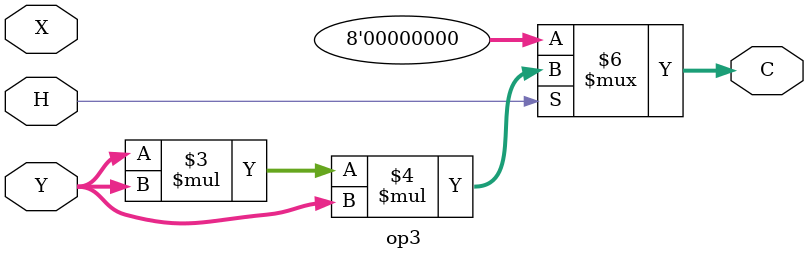
<source format=v>
`timescale 1ns / 1ps


module op3(
    input [3:0] X,Y,
    input H,
    output reg [7:0] C
    );
    
    always@*
            begin
                if (H == 1'b1)
                    C = Y * Y * Y;
                else
                    C = 8'b00000000;
            end
endmodule

</source>
